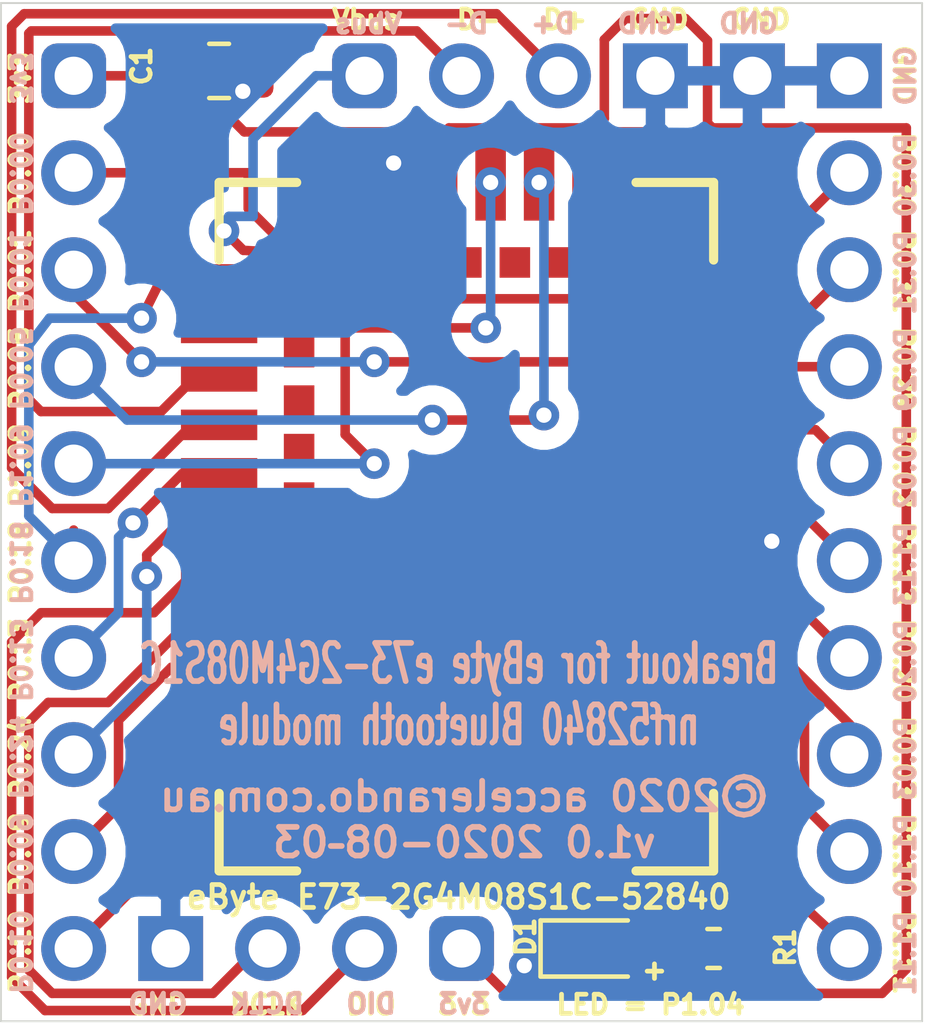
<source format=kicad_pcb>
(kicad_pcb (version 20171130) (host pcbnew "(5.1.6-0-10_14)")

  (general
    (thickness 1.6)
    (drawings 16)
    (tracks 175)
    (zones 0)
    (modules 8)
    (nets 28)
  )

  (page A4)
  (layers
    (0 F.Cu signal)
    (31 B.Cu signal)
    (32 B.Adhes user)
    (33 F.Adhes user)
    (34 B.Paste user)
    (35 F.Paste user)
    (36 B.SilkS user)
    (37 F.SilkS user)
    (38 B.Mask user)
    (39 F.Mask user)
    (40 Dwgs.User user)
    (41 Cmts.User user)
    (42 Eco1.User user)
    (43 Eco2.User user)
    (44 Edge.Cuts user)
    (45 Margin user)
    (46 B.CrtYd user hide)
    (47 F.CrtYd user)
    (48 B.Fab user)
    (49 F.Fab user hide)
  )

  (setup
    (last_trace_width 0.25)
    (trace_clearance 0.2)
    (zone_clearance 0.508)
    (zone_45_only no)
    (trace_min 0.2)
    (via_size 0.8)
    (via_drill 0.4)
    (via_min_size 0.4)
    (via_min_drill 0.3)
    (uvia_size 0.3)
    (uvia_drill 0.1)
    (uvias_allowed no)
    (uvia_min_size 0.2)
    (uvia_min_drill 0.1)
    (edge_width 0.05)
    (segment_width 0.2)
    (pcb_text_width 0.3)
    (pcb_text_size 1.5 1.5)
    (mod_edge_width 0.12)
    (mod_text_size 1 1)
    (mod_text_width 0.15)
    (pad_size 1.7 1.7)
    (pad_drill 1)
    (pad_to_mask_clearance 0.05)
    (aux_axis_origin 0 0)
    (visible_elements FFFFFF7F)
    (pcbplotparams
      (layerselection 0x010fc_ffffffff)
      (usegerberextensions false)
      (usegerberattributes true)
      (usegerberadvancedattributes true)
      (creategerberjobfile true)
      (excludeedgelayer true)
      (linewidth 0.100000)
      (plotframeref false)
      (viasonmask false)
      (mode 1)
      (useauxorigin false)
      (hpglpennumber 1)
      (hpglpenspeed 20)
      (hpglpendiameter 15.000000)
      (psnegative false)
      (psa4output false)
      (plotreference true)
      (plotvalue true)
      (plotinvisibletext false)
      (padsonsilk false)
      (subtractmaskfromsilk false)
      (outputformat 1)
      (mirror false)
      (drillshape 0)
      (scaleselection 1)
      (outputdirectory "gerbers_v1_0"))
  )

  (net 0 "")
  (net 1 /VDD)
  (net 2 /GND)
  (net 3 /D+)
  (net 4 /D-)
  (net 5 /VBUS)
  (net 6 /SWDIO)
  (net 7 /SWDCLK)
  (net 8 "Net-(D1-Pad2)")
  (net 9 "Net-(R1-Pad1)")
  (net 10 /P0.10)
  (net 11 /P0.09)
  (net 12 /P0.24)
  (net 13 /P.013)
  (net 14 /P0.18)
  (net 15 /P1.09)
  (net 16 /P0.05)
  (net 17 /P0.01)
  (net 18 /P0.00)
  (net 19 /P1.11)
  (net 20 /P1.10)
  (net 21 /P0.03)
  (net 22 /P0.20)
  (net 23 /P1.13)
  (net 24 /P0.02)
  (net 25 /P0.29)
  (net 26 /P0.31)
  (net 27 /P0.30)

  (net_class Default "This is the default net class."
    (clearance 0.2)
    (trace_width 0.25)
    (via_dia 0.8)
    (via_drill 0.4)
    (uvia_dia 0.3)
    (uvia_drill 0.1)
    (add_net /D+)
    (add_net /D-)
    (add_net /GND)
    (add_net /P.013)
    (add_net /P0.00)
    (add_net /P0.01)
    (add_net /P0.02)
    (add_net /P0.03)
    (add_net /P0.05)
    (add_net /P0.09)
    (add_net /P0.10)
    (add_net /P0.18)
    (add_net /P0.20)
    (add_net /P0.24)
    (add_net /P0.29)
    (add_net /P0.30)
    (add_net /P0.31)
    (add_net /P1.09)
    (add_net /P1.10)
    (add_net /P1.11)
    (add_net /P1.13)
    (add_net /SWDCLK)
    (add_net /SWDIO)
    (add_net /VBUS)
    (add_net /VDD)
    (add_net "Net-(D1-Pad2)")
    (add_net "Net-(R1-Pad1)")
  )

  (module Accelerando:PinHeader_1x05_P2.54mm_Vertical_nooutline (layer F.Cu) (tedit 5F275FF5) (tstamp 5F266024)
    (at 96.52 58.42 90)
    (descr "Through hole straight pin header, 1x05, 2.54mm pitch, single row")
    (tags "Through hole pin header THT 1x05 2.54mm single row")
    (path /5F2992F9)
    (fp_text reference J3 (at 0 -2.33 90) (layer F.SilkS) hide
      (effects (font (size 1 1) (thickness 0.15)))
    )
    (fp_text value Conn_01x05_Female (at 0 12.49 90) (layer F.Fab)
      (effects (font (size 1 1) (thickness 0.15)))
    )
    (fp_line (start 1.8 -1.8) (end -1.8 -1.8) (layer F.CrtYd) (width 0.05))
    (fp_line (start 1.8 11.95) (end 1.8 -1.8) (layer F.CrtYd) (width 0.05))
    (fp_line (start -1.8 11.95) (end 1.8 11.95) (layer F.CrtYd) (width 0.05))
    (fp_line (start -1.8 -1.8) (end -1.8 11.95) (layer F.CrtYd) (width 0.05))
    (fp_line (start -1.27 -0.635) (end -0.635 -1.27) (layer F.Fab) (width 0.1))
    (fp_line (start -1.27 11.43) (end -1.27 -0.635) (layer F.Fab) (width 0.1))
    (fp_line (start 1.27 11.43) (end -1.27 11.43) (layer F.Fab) (width 0.1))
    (fp_line (start 1.27 -1.27) (end 1.27 11.43) (layer F.Fab) (width 0.1))
    (fp_line (start -0.635 -1.27) (end 1.27 -1.27) (layer F.Fab) (width 0.1))
    (fp_text user %R (at 0 5.08) (layer F.Fab)
      (effects (font (size 1 1) (thickness 0.15)))
    )
    (pad 1 thru_hole roundrect (at 0 0 90) (size 1.7 1.7) (drill 1) (layers *.Cu *.Mask) (roundrect_rratio 0.25)
      (net 5 /VBUS))
    (pad 2 thru_hole oval (at 0 2.54 90) (size 1.7 1.7) (drill 1) (layers *.Cu *.Mask)
      (net 4 /D-))
    (pad 3 thru_hole oval (at 0 5.08 90) (size 1.7 1.7) (drill 1) (layers *.Cu *.Mask)
      (net 3 /D+))
    (pad 4 thru_hole rect (at 0 7.62 90) (size 1.7 1.7) (drill 1) (layers *.Cu *.Mask)
      (net 2 /GND))
    (pad 5 thru_hole rect (at 0 10.16 90) (size 1.7 1.7) (drill 1) (layers *.Cu *.Mask)
      (net 2 /GND))
  )

  (module Connector_PinHeader_2.54mm:PinHeader_1x04_P2.54mm_Vertical (layer F.Cu) (tedit 5F275FD2) (tstamp 5F265E2C)
    (at 91.44 81.28 90)
    (descr "Through hole straight pin header, 1x04, 2.54mm pitch, single row")
    (tags "Through hole pin header THT 1x04 2.54mm single row")
    (path /5F264D59)
    (fp_text reference J4 (at 0 -2.33 90) (layer F.SilkS) hide
      (effects (font (size 1 1) (thickness 0.15)))
    )
    (fp_text value Conn_01x04_Male (at 0 9.95 90) (layer F.Fab) hide
      (effects (font (size 1 1) (thickness 0.15)))
    )
    (fp_line (start 1.8 -1.8) (end -1.8 -1.8) (layer F.CrtYd) (width 0.05))
    (fp_line (start 1.8 9.4) (end 1.8 -1.8) (layer F.CrtYd) (width 0.05))
    (fp_line (start -1.8 9.4) (end 1.8 9.4) (layer F.CrtYd) (width 0.05))
    (fp_line (start -1.8 -1.8) (end -1.8 9.4) (layer F.CrtYd) (width 0.05))
    (fp_line (start -1.27 -0.635) (end -0.635 -1.27) (layer F.Fab) (width 0.1))
    (fp_line (start -1.27 8.89) (end -1.27 -0.635) (layer F.Fab) (width 0.1))
    (fp_line (start 1.27 8.89) (end -1.27 8.89) (layer F.Fab) (width 0.1))
    (fp_line (start 1.27 -1.27) (end 1.27 8.89) (layer F.Fab) (width 0.1))
    (fp_line (start -0.635 -1.27) (end 1.27 -1.27) (layer F.Fab) (width 0.1))
    (fp_text user %R (at 0 3.81 180) (layer F.Fab)
      (effects (font (size 1 1) (thickness 0.15)))
    )
    (pad 4 thru_hole roundrect (at 0 7.62 90) (size 1.7 1.7) (drill 1) (layers *.Cu *.Mask) (roundrect_rratio 0.25)
      (net 1 /VDD))
    (pad 3 thru_hole oval (at 0 5.08 90) (size 1.7 1.7) (drill 1) (layers *.Cu *.Mask)
      (net 6 /SWDIO))
    (pad 2 thru_hole oval (at 0 2.54 90) (size 1.7 1.7) (drill 1) (layers *.Cu *.Mask)
      (net 7 /SWDCLK))
    (pad 1 thru_hole rect (at 0 0 90) (size 1.7 1.7) (drill 1) (layers *.Cu *.Mask)
      (net 2 /GND))
  )

  (module Accelerando:PinHeader_1x10_P2.54mm_Vertical_nooutline (layer F.Cu) (tedit 5F275FD7) (tstamp 5F265DDD)
    (at 88.9 58.42)
    (descr "Through hole straight pin header, 1x10, 2.54mm pitch, single row")
    (tags "Through hole pin header THT 1x10 2.54mm single row")
    (path /5F267214)
    (fp_text reference J1 (at 0 -2.33) (layer F.SilkS) hide
      (effects (font (size 1 1) (thickness 0.15)))
    )
    (fp_text value Conn_01x10 (at 0 25.19) (layer F.Fab)
      (effects (font (size 1 1) (thickness 0.15)))
    )
    (fp_line (start 1.8 -1.8) (end -1.8 -1.8) (layer F.CrtYd) (width 0.05))
    (fp_line (start 1.8 24.65) (end 1.8 -1.8) (layer F.CrtYd) (width 0.05))
    (fp_line (start -1.8 24.65) (end 1.8 24.65) (layer F.CrtYd) (width 0.05))
    (fp_line (start -1.8 -1.8) (end -1.8 24.65) (layer F.CrtYd) (width 0.05))
    (fp_line (start -1.27 -0.635) (end -0.635 -1.27) (layer F.Fab) (width 0.1))
    (fp_line (start -1.27 24.13) (end -1.27 -0.635) (layer F.Fab) (width 0.1))
    (fp_line (start 1.27 24.13) (end -1.27 24.13) (layer F.Fab) (width 0.1))
    (fp_line (start 1.27 -1.27) (end 1.27 24.13) (layer F.Fab) (width 0.1))
    (fp_line (start -0.635 -1.27) (end 1.27 -1.27) (layer F.Fab) (width 0.1))
    (fp_text user %R (at 0 11.43 90) (layer F.Fab)
      (effects (font (size 1 1) (thickness 0.15)))
    )
    (pad 1 thru_hole roundrect (at 0 0) (size 1.7 1.7) (drill 1) (layers *.Cu *.Mask) (roundrect_rratio 0.25)
      (net 1 /VDD))
    (pad 2 thru_hole oval (at 0 2.54) (size 1.7 1.7) (drill 1) (layers *.Cu *.Mask)
      (net 18 /P0.00))
    (pad 3 thru_hole oval (at 0 5.08) (size 1.7 1.7) (drill 1) (layers *.Cu *.Mask)
      (net 17 /P0.01))
    (pad 4 thru_hole oval (at 0 7.62) (size 1.7 1.7) (drill 1) (layers *.Cu *.Mask)
      (net 16 /P0.05))
    (pad 5 thru_hole oval (at 0 10.16) (size 1.7 1.7) (drill 1) (layers *.Cu *.Mask)
      (net 15 /P1.09))
    (pad 6 thru_hole oval (at 0 12.7) (size 1.7 1.7) (drill 1) (layers *.Cu *.Mask)
      (net 14 /P0.18))
    (pad 7 thru_hole oval (at 0 15.24) (size 1.7 1.7) (drill 1) (layers *.Cu *.Mask)
      (net 13 /P.013))
    (pad 8 thru_hole oval (at 0 17.78) (size 1.7 1.7) (drill 1) (layers *.Cu *.Mask)
      (net 12 /P0.24))
    (pad 9 thru_hole oval (at 0 20.32) (size 1.7 1.7) (drill 1) (layers *.Cu *.Mask)
      (net 11 /P0.09))
    (pad 10 thru_hole oval (at 0 22.86) (size 1.7 1.7) (drill 1) (layers *.Cu *.Mask)
      (net 10 /P0.10))
  )

  (module Accelerando:PinHeader_1x10_P2.54mm_Vertical_nooutline (layer F.Cu) (tedit 5F275C58) (tstamp 5F265DFB)
    (at 109.22 58.42)
    (descr "Through hole straight pin header, 1x10, 2.54mm pitch, single row")
    (tags "Through hole pin header THT 1x10 2.54mm single row")
    (path /5F269CF9)
    (fp_text reference J2 (at 0 -2.33) (layer F.SilkS) hide
      (effects (font (size 1 1) (thickness 0.15)))
    )
    (fp_text value Conn_01x10 (at 0 25.19) (layer F.Fab)
      (effects (font (size 1 1) (thickness 0.15)))
    )
    (fp_line (start 1.8 -1.8) (end -1.8 -1.8) (layer F.CrtYd) (width 0.05))
    (fp_line (start 1.8 24.65) (end 1.8 -1.8) (layer F.CrtYd) (width 0.05))
    (fp_line (start -1.8 24.65) (end 1.8 24.65) (layer F.CrtYd) (width 0.05))
    (fp_line (start -1.8 -1.8) (end -1.8 24.65) (layer F.CrtYd) (width 0.05))
    (fp_line (start -1.27 -0.635) (end -0.635 -1.27) (layer F.Fab) (width 0.1))
    (fp_line (start -1.27 24.13) (end -1.27 -0.635) (layer F.Fab) (width 0.1))
    (fp_line (start 1.27 24.13) (end -1.27 24.13) (layer F.Fab) (width 0.1))
    (fp_line (start 1.27 -1.27) (end 1.27 24.13) (layer F.Fab) (width 0.1))
    (fp_line (start -0.635 -1.27) (end 1.27 -1.27) (layer F.Fab) (width 0.1))
    (fp_text user %R (at 0 11.43 90) (layer F.Fab)
      (effects (font (size 1 1) (thickness 0.15)))
    )
    (pad 1 thru_hole rect (at 0 0) (size 1.7 1.7) (drill 1) (layers *.Cu *.Mask)
      (net 2 /GND))
    (pad 2 thru_hole oval (at 0 2.54) (size 1.7 1.7) (drill 1) (layers *.Cu *.Mask)
      (net 27 /P0.30))
    (pad 3 thru_hole oval (at 0 5.08) (size 1.7 1.7) (drill 1) (layers *.Cu *.Mask)
      (net 26 /P0.31))
    (pad 4 thru_hole oval (at 0 7.62) (size 1.7 1.7) (drill 1) (layers *.Cu *.Mask)
      (net 25 /P0.29))
    (pad 5 thru_hole oval (at 0 10.16) (size 1.7 1.7) (drill 1) (layers *.Cu *.Mask)
      (net 24 /P0.02))
    (pad 6 thru_hole oval (at 0 12.7) (size 1.7 1.7) (drill 1) (layers *.Cu *.Mask)
      (net 23 /P1.13))
    (pad 7 thru_hole oval (at 0 15.24) (size 1.7 1.7) (drill 1) (layers *.Cu *.Mask)
      (net 22 /P0.20))
    (pad 8 thru_hole oval (at 0 17.78) (size 1.7 1.7) (drill 1) (layers *.Cu *.Mask)
      (net 21 /P0.03))
    (pad 9 thru_hole oval (at 0 20.32) (size 1.7 1.7) (drill 1) (layers *.Cu *.Mask)
      (net 20 /P1.10))
    (pad 10 thru_hole oval (at 0 22.86) (size 1.7 1.7) (drill 1) (layers *.Cu *.Mask)
      (net 19 /P1.11))
  )

  (module Accelerando:E73-2G4M08S1C-52840 (layer F.Cu) (tedit 5EFB2B27) (tstamp 5F265E6B)
    (at 100.076 81.788)
    (path /5F26127F)
    (fp_text reference U1 (at -1.27 -23.495) (layer F.SilkS) hide
      (effects (font (size 1 1) (thickness 0.15)))
    )
    (fp_text value "eByte E73-2G4M08S1C-52840" (at -1.0922 -1.8542) (layer F.SilkS)
      (effects (font (size 0.6 0.6) (thickness 0.125)))
    )
    (fp_line (start -8.89 -1.27) (end -8.89 -22.225) (layer F.CrtYd) (width 0.12))
    (fp_line (start 6.985 -1.27) (end -8.89 -1.27) (layer F.CrtYd) (width 0.12))
    (fp_line (start 6.985 -22.225) (end 6.985 -1.27) (layer F.CrtYd) (width 0.12))
    (fp_line (start -8.89 -22.225) (end 6.985 -22.225) (layer F.CrtYd) (width 0.12))
    (fp_line (start -7.366 -2.54) (end -7.366 -4.572) (layer F.SilkS) (width 0.24))
    (fp_line (start -7.366 -2.54) (end -5.334 -2.54) (layer F.SilkS) (width 0.24))
    (fp_line (start 5.588 -2.54) (end 3.556 -2.54) (layer F.SilkS) (width 0.24))
    (fp_line (start 5.588 -2.54) (end 5.588 -4.572) (layer F.SilkS) (width 0.24))
    (fp_line (start 5.588 -20.574) (end 5.588 -18.542) (layer F.SilkS) (width 0.24))
    (fp_line (start 5.588 -20.574) (end 3.556 -20.574) (layer F.SilkS) (width 0.24))
    (fp_line (start -7.366 -20.574) (end -7.366 -18.542) (layer F.SilkS) (width 0.24))
    (fp_line (start -7.366 -20.574) (end -5.334 -20.574) (layer F.SilkS) (width 0.24))
    (fp_line (start -7.366 -20.574) (end -7.366 -2.54) (layer F.Fab) (width 0.12))
    (fp_line (start 5.588 -20.574) (end -7.366 -20.574) (layer F.Fab) (width 0.12))
    (fp_line (start 5.588 -2.54) (end 5.588 -20.574) (layer F.Fab) (width 0.12))
    (fp_line (start -7.366 -2.54) (end 5.588 -2.54) (layer F.Fab) (width 0.12))
    (pad 12 smd rect (at 2.921 -18.4785) (size 0.8 0.8) (layers F.Cu F.Paste F.Mask))
    (pad 14 smd rect (at 1.651 -18.4785) (size 0.8 0.8) (layers F.Cu F.Paste F.Mask))
    (pad 16 smd rect (at 0.381 -18.4785) (size 0.8 0.8) (layers F.Cu F.Paste F.Mask))
    (pad 18 smd rect (at -0.889 -18.4785) (size 0.8 0.8) (layers F.Cu F.Paste F.Mask))
    (pad 20 smd rect (at -2.159 -18.4785) (size 0.8 0.8) (layers F.Cu F.Paste F.Mask))
    (pad 22 smd rect (at -3.429 -18.4785) (size 0.8 0.8) (layers F.Cu F.Paste F.Mask))
    (pad 24 smd rect (at -4.699 -18.4785) (size 0.8 0.8) (layers F.Cu F.Paste F.Mask))
    (pad 28 smd rect (at -5.2705 -16.129) (size 0.8 0.8) (layers F.Cu F.Paste F.Mask))
    (pad 30 smd rect (at -5.2705 -14.859) (size 0.8 0.8) (layers F.Cu F.Paste F.Mask))
    (pad 32 smd rect (at -5.2705 -13.589) (size 0.8 0.8) (layers F.Cu F.Paste F.Mask))
    (pad 34 smd rect (at -5.2705 -12.319) (size 0.8 0.8) (layers F.Cu F.Paste F.Mask))
    (pad 36 smd rect (at -5.2705 -11.049) (size 0.8 0.8) (layers F.Cu F.Paste F.Mask))
    (pad 38 smd rect (at -5.2705 -9.779) (size 0.8 0.8) (layers F.Cu F.Paste F.Mask))
    (pad 40 smd rect (at -5.2705 -8.5725) (size 0.8 0.8) (layers F.Cu F.Paste F.Mask)
      (net 9 "Net-(R1-Pad1)"))
    (pad 42 smd rect (at -5.2705 -7.239) (size 0.8 0.8) (layers F.Cu F.Paste F.Mask))
    (pad 17 smd rect (at -0.254 -20.574 90) (size 2 0.8) (layers F.Cu F.Paste F.Mask)
      (net 15 /P1.09))
    (pad 23 smd rect (at -4.064 -20.574 90) (size 2 0.8) (layers F.Cu F.Paste F.Mask))
    (pad 13 smd rect (at 2.286 -20.574 90) (size 2 0.8) (layers F.Cu F.Paste F.Mask)
      (net 17 /P0.01))
    (pad 21 smd rect (at -2.794 -20.574 90) (size 2 0.8) (layers F.Cu F.Paste F.Mask)
      (net 2 /GND))
    (pad 25 smd rect (at -5.334 -20.574 90) (size 2 0.8) (layers F.Cu F.Paste F.Mask))
    (pad 11 smd rect (at 3.556 -20.574 90) (size 2 0.8) (layers F.Cu F.Paste F.Mask)
      (net 18 /P0.00))
    (pad 15 smd rect (at 1.016 -20.574 90) (size 2 0.8) (layers F.Cu F.Paste F.Mask)
      (net 16 /P0.05))
    (pad 19 smd rect (at -1.524 -20.574 90) (size 2 0.8) (layers F.Cu F.Paste F.Mask)
      (net 1 /VDD))
    (pad 43 smd rect (at -7.366 -6.604) (size 2 0.8) (layers F.Cu F.Paste F.Mask)
      (net 10 /P0.10))
    (pad 27 smd rect (at -7.366 -16.764) (size 2 0.8) (layers F.Cu F.Paste F.Mask)
      (net 5 /VBUS))
    (pad 41 smd rect (at -7.366 -7.874) (size 2 0.8) (layers F.Cu F.Paste F.Mask)
      (net 11 /P0.09))
    (pad 37 smd rect (at -7.366 -10.414) (size 2 0.8) (layers F.Cu F.Paste F.Mask)
      (net 6 /SWDIO))
    (pad 33 smd rect (at -7.366 -12.954) (size 2 0.8) (layers F.Cu F.Paste F.Mask)
      (net 13 /P.013))
    (pad 39 smd rect (at -7.366 -9.144) (size 2 0.8) (layers F.Cu F.Paste F.Mask)
      (net 7 /SWDCLK))
    (pad 29 smd rect (at -7.366 -15.494) (size 2 0.8) (layers F.Cu F.Paste F.Mask)
      (net 4 /D-))
    (pad 26 smd rect (at -7.366 -18.034) (size 2 0.8) (layers F.Cu F.Paste F.Mask)
      (net 14 /P0.18))
    (pad 35 smd rect (at -7.366 -11.684) (size 2 0.8) (layers F.Cu F.Paste F.Mask)
      (net 12 /P0.24))
    (pad 31 smd rect (at -7.366 -14.224) (size 2 0.8) (layers F.Cu F.Paste F.Mask)
      (net 3 /D+))
    (pad 10 smd rect (at 5.588 -17.907) (size 2 0.8) (layers F.Cu F.Paste F.Mask)
      (net 27 /P0.30))
    (pad 9 smd rect (at 5.588 -16.637) (size 2 0.8) (layers F.Cu F.Paste F.Mask)
      (net 26 /P0.31))
    (pad 8 smd rect (at 5.588 -15.367) (size 2 0.8) (layers F.Cu F.Paste F.Mask)
      (net 25 /P0.29))
    (pad 7 smd rect (at 5.588 -14.097) (size 2 0.8) (layers F.Cu F.Paste F.Mask)
      (net 24 /P0.02))
    (pad 6 smd rect (at 5.588 -12.827) (size 2 0.8) (layers F.Cu F.Paste F.Mask)
      (net 23 /P1.13))
    (pad 5 smd rect (at 5.588 -11.557) (size 2 0.8) (layers F.Cu F.Paste F.Mask)
      (net 2 /GND))
    (pad 4 smd rect (at 5.588 -10.287) (size 2 0.8) (layers F.Cu F.Paste F.Mask)
      (net 22 /P0.20))
    (pad 3 smd rect (at 5.588 -9.017) (size 2 0.8) (layers F.Cu F.Paste F.Mask)
      (net 21 /P0.03))
    (pad 2 smd rect (at 5.588 -7.747) (size 2 0.8) (layers F.Cu F.Paste F.Mask)
      (net 20 /P1.10))
    (pad 1 smd rect (at 5.588 -6.477) (size 2 0.8) (layers F.Cu F.Paste F.Mask)
      (net 19 /P1.11))
  )

  (module Resistor_SMD:R_0603_1608Metric (layer F.Cu) (tedit 5B301BBD) (tstamp 5F266FE5)
    (at 105.664 81.28 180)
    (descr "Resistor SMD 0603 (1608 Metric), square (rectangular) end terminal, IPC_7351 nominal, (Body size source: http://www.tortai-tech.com/upload/download/2011102023233369053.pdf), generated with kicad-footprint-generator")
    (tags resistor)
    (path /5F2A95FD)
    (attr smd)
    (fp_text reference R1 (at -1.8796 0.0254 90) (layer F.SilkS)
      (effects (font (size 0.5 0.5) (thickness 0.125)))
    )
    (fp_text value R_Small (at 0 1.43) (layer F.Fab)
      (effects (font (size 1 1) (thickness 0.15)))
    )
    (fp_line (start 1.48 0.73) (end -1.48 0.73) (layer F.CrtYd) (width 0.05))
    (fp_line (start 1.48 -0.73) (end 1.48 0.73) (layer F.CrtYd) (width 0.05))
    (fp_line (start -1.48 -0.73) (end 1.48 -0.73) (layer F.CrtYd) (width 0.05))
    (fp_line (start -1.48 0.73) (end -1.48 -0.73) (layer F.CrtYd) (width 0.05))
    (fp_line (start -0.162779 0.51) (end 0.162779 0.51) (layer F.SilkS) (width 0.12))
    (fp_line (start -0.162779 -0.51) (end 0.162779 -0.51) (layer F.SilkS) (width 0.12))
    (fp_line (start 0.8 0.4) (end -0.8 0.4) (layer F.Fab) (width 0.1))
    (fp_line (start 0.8 -0.4) (end 0.8 0.4) (layer F.Fab) (width 0.1))
    (fp_line (start -0.8 -0.4) (end 0.8 -0.4) (layer F.Fab) (width 0.1))
    (fp_line (start -0.8 0.4) (end -0.8 -0.4) (layer F.Fab) (width 0.1))
    (fp_text user %R (at 0 0) (layer F.Fab)
      (effects (font (size 0.4 0.4) (thickness 0.06)))
    )
    (pad 2 smd roundrect (at 0.7875 0 180) (size 0.875 0.95) (layers F.Cu F.Paste F.Mask) (roundrect_rratio 0.25)
      (net 8 "Net-(D1-Pad2)"))
    (pad 1 smd roundrect (at -0.7875 0 180) (size 0.875 0.95) (layers F.Cu F.Paste F.Mask) (roundrect_rratio 0.25)
      (net 9 "Net-(R1-Pad1)"))
    (model ${KISYS3DMOD}/Resistor_SMD.3dshapes/R_0603_1608Metric.wrl
      (at (xyz 0 0 0))
      (scale (xyz 1 1 1))
      (rotate (xyz 0 0 0))
    )
  )

  (module LED_SMD:LED_0603_1608Metric (layer F.Cu) (tedit 5B301BBE) (tstamp 5F267163)
    (at 102.616 81.28)
    (descr "LED SMD 0603 (1608 Metric), square (rectangular) end terminal, IPC_7351 nominal, (Body size source: http://www.tortai-tech.com/upload/download/2011102023233369053.pdf), generated with kicad-footprint-generator")
    (tags diode)
    (path /5F2AD871)
    (attr smd)
    (fp_text reference D1 (at -1.8796 -0.3048 90) (layer F.SilkS)
      (effects (font (size 0.5 0.5) (thickness 0.125)))
    )
    (fp_text value LED_Small (at 0 1.43) (layer F.Fab)
      (effects (font (size 1 1) (thickness 0.15)))
    )
    (fp_line (start 1.48 0.73) (end -1.48 0.73) (layer F.CrtYd) (width 0.05))
    (fp_line (start 1.48 -0.73) (end 1.48 0.73) (layer F.CrtYd) (width 0.05))
    (fp_line (start -1.48 -0.73) (end 1.48 -0.73) (layer F.CrtYd) (width 0.05))
    (fp_line (start -1.48 0.73) (end -1.48 -0.73) (layer F.CrtYd) (width 0.05))
    (fp_line (start -1.485 0.735) (end 0.8 0.735) (layer F.SilkS) (width 0.12))
    (fp_line (start -1.485 -0.735) (end -1.485 0.735) (layer F.SilkS) (width 0.12))
    (fp_line (start 0.8 -0.735) (end -1.485 -0.735) (layer F.SilkS) (width 0.12))
    (fp_line (start 0.8 0.4) (end 0.8 -0.4) (layer F.Fab) (width 0.1))
    (fp_line (start -0.8 0.4) (end 0.8 0.4) (layer F.Fab) (width 0.1))
    (fp_line (start -0.8 -0.1) (end -0.8 0.4) (layer F.Fab) (width 0.1))
    (fp_line (start -0.5 -0.4) (end -0.8 -0.1) (layer F.Fab) (width 0.1))
    (fp_line (start 0.8 -0.4) (end -0.5 -0.4) (layer F.Fab) (width 0.1))
    (fp_text user %R (at 0 0) (layer F.Fab)
      (effects (font (size 0.4 0.4) (thickness 0.06)))
    )
    (pad 2 smd roundrect (at 0.7875 0) (size 0.875 0.95) (layers F.Cu F.Paste F.Mask) (roundrect_rratio 0.25)
      (net 8 "Net-(D1-Pad2)"))
    (pad 1 smd roundrect (at -0.7875 0) (size 0.875 0.95) (layers F.Cu F.Paste F.Mask) (roundrect_rratio 0.25)
      (net 2 /GND))
    (model ${KISYS3DMOD}/LED_SMD.3dshapes/LED_0603_1608Metric.wrl
      (at (xyz 0 0 0))
      (scale (xyz 1 1 1))
      (rotate (xyz 0 0 0))
    )
  )

  (module Capacitor_SMD:C_0805_2012Metric (layer F.Cu) (tedit 5B36C52B) (tstamp 5F265DBF)
    (at 92.71 58.293 180)
    (descr "Capacitor SMD 0805 (2012 Metric), square (rectangular) end terminal, IPC_7351 nominal, (Body size source: https://docs.google.com/spreadsheets/d/1BsfQQcO9C6DZCsRaXUlFlo91Tg2WpOkGARC1WS5S8t0/edit?usp=sharing), generated with kicad-footprint-generator")
    (tags capacitor)
    (path /5F26DE07)
    (attr smd)
    (fp_text reference C1 (at 2.032 0.127 90) (layer F.SilkS)
      (effects (font (size 0.5 0.5) (thickness 0.125)))
    )
    (fp_text value C (at 0 1.65) (layer F.Fab)
      (effects (font (size 1 1) (thickness 0.15)))
    )
    (fp_line (start 1.68 0.95) (end -1.68 0.95) (layer F.CrtYd) (width 0.05))
    (fp_line (start 1.68 -0.95) (end 1.68 0.95) (layer F.CrtYd) (width 0.05))
    (fp_line (start -1.68 -0.95) (end 1.68 -0.95) (layer F.CrtYd) (width 0.05))
    (fp_line (start -1.68 0.95) (end -1.68 -0.95) (layer F.CrtYd) (width 0.05))
    (fp_line (start -0.258578 0.71) (end 0.258578 0.71) (layer F.SilkS) (width 0.12))
    (fp_line (start -0.258578 -0.71) (end 0.258578 -0.71) (layer F.SilkS) (width 0.12))
    (fp_line (start 1 0.6) (end -1 0.6) (layer F.Fab) (width 0.1))
    (fp_line (start 1 -0.6) (end 1 0.6) (layer F.Fab) (width 0.1))
    (fp_line (start -1 -0.6) (end 1 -0.6) (layer F.Fab) (width 0.1))
    (fp_line (start -1 0.6) (end -1 -0.6) (layer F.Fab) (width 0.1))
    (fp_text user %R (at 0 0) (layer F.Fab)
      (effects (font (size 0.5 0.5) (thickness 0.08)))
    )
    (pad 2 smd roundrect (at 0.9375 0 180) (size 0.975 1.4) (layers F.Cu F.Paste F.Mask) (roundrect_rratio 0.25)
      (net 1 /VDD))
    (pad 1 smd roundrect (at -0.9375 0 180) (size 0.975 1.4) (layers F.Cu F.Paste F.Mask) (roundrect_rratio 0.25)
      (net 2 /GND))
    (model ${KISYS3DMOD}/Capacitor_SMD.3dshapes/C_0805_2012Metric.wrl
      (at (xyz 0 0 0))
      (scale (xyz 1 1 1))
      (rotate (xyz 0 0 0))
    )
  )

  (gr_text "3v3   DIO   DCLK   GND\n" (at 95.0722 82.7278) (layer B.SilkS) (tstamp 5F27C646)
    (effects (font (size 0.5 0.5) (thickness 0.125)) (justify mirror))
  )
  (gr_text "GND   GND   D+   D-   Vbus\n\n" (at 101.5492 57.4548) (layer B.SilkS) (tstamp 5F27C640)
    (effects (font (size 0.5 0.5) (thickness 0.125)) (justify mirror))
  )
  (gr_text "GND  P0.30 P0.31 P0.29 P0.02 P1.13 P0.20 P0.03 P1.10 P1.11" (at 110.6932 70.0786 90) (layer B.SilkS) (tstamp 5F27C63A)
    (effects (font (size 0.5 0.5) (thickness 0.125)) (justify mirror))
  )
  (gr_text "P0.10 P0.09 P0.24 P0.13 P0.18 P1.09 P0.05 P0.01 P0.00  3v3" (at 87.503 70.1294 270) (layer B.SilkS) (tstamp 5F27C5BD)
    (effects (font (size 0.5 0.5) (thickness 0.125)) (justify mirror))
  )
  (gr_text "LED = P1.04" (at 104.013 82.7532) (layer F.SilkS) (tstamp 5F27C3F0)
    (effects (font (size 0.5 0.5) (thickness 0.125)))
  )
  (gr_text "©2020 accelerando.com.au\nv1.0 2020-08–03" (at 99.1362 77.9018) (layer B.SilkS)
    (effects (font (size 0.75 0.75) (thickness 0.15)) (justify mirror))
  )
  (gr_text "Breakout for eByte e73-2G4M08S1C\nnrf52840 Bluetooth module" (at 98.9838 74.6252) (layer B.SilkS)
    (effects (font (size 1 0.6) (thickness 0.15)) (justify mirror))
  )
  (gr_text "GND   DCLK   DIO   3v3" (at 95.0722 82.7532) (layer F.SilkS) (tstamp 5F275F38)
    (effects (font (size 0.5 0.5) (thickness 0.125)))
  )
  (gr_text "Vbus    D-   D+   GND   GND" (at 101.6762 56.9468) (layer F.SilkS) (tstamp 5F275F2E)
    (effects (font (size 0.5 0.5) (thickness 0.125)))
  )
  (gr_text "GND  P0.30 P0.31 P0.29 P0.02 P1.13 P0.20 P0.03 P1.10 P1.11" (at 110.6424 70.0532 270) (layer F.SilkS) (tstamp 5F275F26)
    (effects (font (size 0.5 0.5) (thickness 0.125)))
  )
  (gr_text "P0.10 P0.09 P0.24 P0.13 P0.18 P1.09 P0.05 P0.01 P0.00  3v3" (at 87.503 70.1294 90) (layer F.SilkS)
    (effects (font (size 0.5 0.5) (thickness 0.125)))
  )
  (gr_text + (at 104.1146 81.8388) (layer F.SilkS) (tstamp 5F27C4C8)
    (effects (font (size 0.5 0.5) (thickness 0.125)))
  )
  (gr_line (start 86.995 56.515) (end 86.995 83.185) (layer Edge.Cuts) (width 0.05) (tstamp 5F267B26))
  (gr_line (start 111.125 56.515) (end 86.995 56.515) (layer Edge.Cuts) (width 0.05))
  (gr_line (start 111.125 83.185) (end 111.125 56.515) (layer Edge.Cuts) (width 0.05))
  (gr_line (start 86.995 83.185) (end 111.125 83.185) (layer Edge.Cuts) (width 0.05))

  (segment (start 91.6455 58.42) (end 91.7725 58.293) (width 0.25) (layer F.Cu) (net 1))
  (segment (start 88.9 58.42) (end 91.6455 58.42) (width 0.25) (layer F.Cu) (net 1))
  (segment (start 98.552 61.214) (end 98.552 59.964) (width 0.25) (layer F.Cu) (net 1))
  (segment (start 93.368499 59.888999) (end 91.7725 58.293) (width 0.25) (layer F.Cu) (net 1))
  (segment (start 98.476999 59.888999) (end 93.368499 59.888999) (width 0.25) (layer F.Cu) (net 1))
  (segment (start 98.552 59.964) (end 98.476999 59.888999) (width 0.25) (layer F.Cu) (net 1))
  (segment (start 102.554591 59.784999) (end 102.800989 59.5386) (width 0.25) (layer F.Cu) (net 1))
  (segment (start 100.235001 82.455001) (end 99.06 81.28) (width 0.25) (layer F.Cu) (net 1))
  (segment (start 98.552 59.964) (end 98.731001 59.784999) (width 0.25) (layer F.Cu) (net 1))
  (segment (start 110.711999 59.784999) (end 110.711999 81.820001) (width 0.25) (layer F.Cu) (net 1))
  (segment (start 105.631592 59.784999) (end 110.711999 59.784999) (width 0.25) (layer F.Cu) (net 1))
  (segment (start 98.731001 59.784999) (end 102.554591 59.784999) (width 0.25) (layer F.Cu) (net 1))
  (segment (start 110.711999 81.820001) (end 110.076999 82.455001) (width 0.25) (layer F.Cu) (net 1))
  (segment (start 110.076999 82.455001) (end 100.235001 82.455001) (width 0.25) (layer F.Cu) (net 1))
  (segment (start 102.800989 57.474009) (end 103.353598 56.9214) (width 0.25) (layer F.Cu) (net 1))
  (segment (start 102.800989 59.5386) (end 102.800989 57.474009) (width 0.25) (layer F.Cu) (net 1))
  (segment (start 105.504999 59.658406) (end 105.631592 59.784999) (width 0.25) (layer F.Cu) (net 1))
  (segment (start 105.504999 57.499997) (end 105.504999 59.658406) (width 0.25) (layer F.Cu) (net 1))
  (segment (start 104.926402 56.9214) (end 105.504999 57.499997) (width 0.25) (layer F.Cu) (net 1))
  (segment (start 103.353598 56.9214) (end 104.926402 56.9214) (width 0.25) (layer F.Cu) (net 1))
  (via (at 107.188 70.612) (size 0.8) (drill 0.4) (layers F.Cu B.Cu) (net 2))
  (segment (start 106.807 70.231) (end 107.188 70.612) (width 0.25) (layer F.Cu) (net 2))
  (segment (start 105.664 70.231) (end 106.807 70.231) (width 0.25) (layer F.Cu) (net 2))
  (via (at 93.3312 58.82638) (size 0.8) (drill 0.4) (layers F.Cu B.Cu) (net 2))
  (segment (start 93.6475 58.293) (end 93.3312 58.6093) (width 0.25) (layer F.Cu) (net 2))
  (segment (start 93.3312 58.6093) (end 93.3312 58.82638) (width 0.25) (layer F.Cu) (net 2))
  (via (at 97.282 60.706) (size 0.8) (drill 0.4) (layers F.Cu B.Cu) (net 2))
  (segment (start 97.282 61.214) (end 97.282 60.706) (width 0.25) (layer F.Cu) (net 2))
  (via (at 100.703783 81.729991) (size 0.8) (drill 0.4) (layers F.Cu B.Cu) (net 2))
  (segment (start 101.8285 81.28) (end 101.153774 81.28) (width 0.25) (layer F.Cu) (net 2))
  (segment (start 101.153774 81.28) (end 100.703783 81.729991) (width 0.25) (layer F.Cu) (net 2))
  (segment (start 89.803997 69.755001) (end 91.994998 67.564) (width 0.25) (layer F.Cu) (net 3))
  (segment (start 88.335999 69.755001) (end 89.803997 69.755001) (width 0.25) (layer F.Cu) (net 3))
  (segment (start 91.994998 67.564) (end 92.71 67.564) (width 0.25) (layer F.Cu) (net 3))
  (segment (start 99.974988 56.794988) (end 101.6 58.42) (width 0.25) (layer F.Cu) (net 3))
  (segment (start 87.603599 56.794988) (end 99.974988 56.794988) (width 0.25) (layer F.Cu) (net 3))
  (segment (start 87.274988 57.123599) (end 87.603599 56.794988) (width 0.25) (layer F.Cu) (net 3))
  (segment (start 87.274988 68.69399) (end 87.274988 57.123599) (width 0.25) (layer F.Cu) (net 3))
  (segment (start 88.335999 69.755001) (end 87.274988 68.69399) (width 0.25) (layer F.Cu) (net 3))
  (segment (start 87.789999 57.244999) (end 97.884999 57.244999) (width 0.25) (layer F.Cu) (net 4))
  (segment (start 87.724999 57.309999) (end 87.789999 57.244999) (width 0.25) (layer F.Cu) (net 4))
  (segment (start 87.724999 66.896999) (end 87.724999 57.309999) (width 0.25) (layer F.Cu) (net 4))
  (segment (start 88.043001 67.215001) (end 87.724999 66.896999) (width 0.25) (layer F.Cu) (net 4))
  (segment (start 97.884999 57.244999) (end 99.06 58.42) (width 0.25) (layer F.Cu) (net 4))
  (segment (start 92.11 66.294) (end 91.188999 67.215001) (width 0.25) (layer F.Cu) (net 4))
  (segment (start 91.188999 67.215001) (end 88.043001 67.215001) (width 0.25) (layer F.Cu) (net 4))
  (segment (start 92.71 66.294) (end 92.11 66.294) (width 0.25) (layer F.Cu) (net 4))
  (via (at 92.837 62.484) (size 0.8) (drill 0.4) (layers F.Cu B.Cu) (net 5))
  (segment (start 95.25 58.42) (end 96.52 58.42) (width 0.25) (layer B.Cu) (net 5))
  (segment (start 93.599 62.103) (end 93.599 60.071) (width 0.25) (layer B.Cu) (net 5))
  (segment (start 93.599 60.071) (end 95.25 58.42) (width 0.25) (layer B.Cu) (net 5))
  (segment (start 92.964 62.103) (end 93.599 62.103) (width 0.25) (layer B.Cu) (net 5))
  (segment (start 92.837 62.484) (end 92.964 62.103) (width 0.25) (layer B.Cu) (net 5))
  (segment (start 93.96 65.024) (end 92.71 65.024) (width 0.25) (layer F.Cu) (net 5))
  (segment (start 94.035001 64.948999) (end 93.96 65.024) (width 0.25) (layer F.Cu) (net 5))
  (segment (start 94.035001 63.093999) (end 94.035001 64.948999) (width 0.25) (layer F.Cu) (net 5))
  (segment (start 93.970001 63.028999) (end 94.035001 63.093999) (width 0.25) (layer F.Cu) (net 5))
  (segment (start 93.345 62.992) (end 93.970001 63.028999) (width 0.25) (layer F.Cu) (net 5))
  (segment (start 92.837 62.484) (end 93.345 62.992) (width 0.25) (layer F.Cu) (net 5))
  (segment (start 90.999001 72.484999) (end 92.11 71.374) (width 0.25) (layer F.Cu) (net 6))
  (segment (start 87.274988 82.030401) (end 87.274988 73.253012) (width 0.25) (layer F.Cu) (net 6))
  (segment (start 87.274988 73.253012) (end 88.043001 72.484999) (width 0.25) (layer F.Cu) (net 6))
  (segment (start 88.043001 72.484999) (end 90.999001 72.484999) (width 0.25) (layer F.Cu) (net 6))
  (segment (start 92.11 71.374) (end 92.71 71.374) (width 0.25) (layer F.Cu) (net 6))
  (segment (start 87.274988 82.030401) (end 88.149599 82.905012) (width 0.25) (layer F.Cu) (net 6))
  (segment (start 94.894988 82.905012) (end 96.52 81.28) (width 0.25) (layer F.Cu) (net 6))
  (segment (start 88.149599 82.905012) (end 94.894988 82.905012) (width 0.25) (layer F.Cu) (net 6))
  (segment (start 88.232999 74.835001) (end 87.724999 75.343001) (width 0.25) (layer F.Cu) (net 7))
  (segment (start 89.803997 74.835001) (end 88.232999 74.835001) (width 0.25) (layer F.Cu) (net 7))
  (segment (start 91.994998 72.644) (end 89.803997 74.835001) (width 0.25) (layer F.Cu) (net 7))
  (segment (start 87.724999 81.844001) (end 88.335999 82.455001) (width 0.25) (layer F.Cu) (net 7))
  (segment (start 87.724999 75.343001) (end 87.724999 81.844001) (width 0.25) (layer F.Cu) (net 7))
  (segment (start 92.71 72.644) (end 91.994998 72.644) (width 0.25) (layer F.Cu) (net 7))
  (segment (start 93.725002 81.28) (end 93.98 81.28) (width 0.25) (layer F.Cu) (net 7))
  (segment (start 92.550001 82.455001) (end 93.725002 81.28) (width 0.25) (layer F.Cu) (net 7))
  (segment (start 88.335999 82.455001) (end 92.550001 82.455001) (width 0.25) (layer F.Cu) (net 7))
  (segment (start 104.8765 81.28) (end 103.4035 81.28) (width 0.25) (layer F.Cu) (net 8))
  (segment (start 106.934 77.47) (end 106.934 80.7975) (width 0.25) (layer F.Cu) (net 9))
  (segment (start 106.934 80.7975) (end 106.4515 81.28) (width 0.25) (layer F.Cu) (net 9))
  (segment (start 105.664 76.2) (end 106.934 77.47) (width 0.25) (layer F.Cu) (net 9))
  (segment (start 98.44 76.2) (end 105.664 76.2) (width 0.25) (layer F.Cu) (net 9))
  (segment (start 95.4555 73.2155) (end 98.44 76.2) (width 0.25) (layer F.Cu) (net 9))
  (segment (start 94.8055 73.2155) (end 95.4555 73.2155) (width 0.25) (layer F.Cu) (net 9))
  (segment (start 92.71 77.47) (end 92.71 75.184) (width 0.25) (layer F.Cu) (net 10))
  (segment (start 88.9 81.28) (end 92.71 77.47) (width 0.25) (layer F.Cu) (net 10))
  (segment (start 90.075001 77.564999) (end 88.9 78.74) (width 0.25) (layer F.Cu) (net 11))
  (segment (start 90.075001 75.298999) (end 90.075001 77.564999) (width 0.25) (layer F.Cu) (net 11))
  (segment (start 91.46 73.914) (end 90.075001 75.298999) (width 0.25) (layer F.Cu) (net 11))
  (segment (start 92.71 73.914) (end 91.46 73.914) (width 0.25) (layer F.Cu) (net 11))
  (via (at 90.814953 71.536017) (size 0.8) (drill 0.4) (layers F.Cu B.Cu) (net 12))
  (segment (start 88.9 76.2) (end 90.814953 74.285047) (width 0.25) (layer B.Cu) (net 12))
  (segment (start 90.814953 74.285047) (end 90.814953 71.536017) (width 0.25) (layer B.Cu) (net 12))
  (segment (start 90.814953 70.970332) (end 91.681285 70.104) (width 0.25) (layer F.Cu) (net 12))
  (segment (start 91.681285 70.104) (end 92.71 70.104) (width 0.25) (layer F.Cu) (net 12))
  (segment (start 90.814953 71.536017) (end 90.814953 70.970332) (width 0.25) (layer F.Cu) (net 12))
  (segment (start 91.994998 68.834) (end 92.71 68.834) (width 0.25) (layer F.Cu) (net 13))
  (segment (start 92.71 68.834) (end 91.750317 68.834) (width 0.25) (layer F.Cu) (net 13))
  (segment (start 90.075001 70.509316) (end 90.453514 70.130803) (width 0.25) (layer B.Cu) (net 13))
  (segment (start 91.750317 68.834) (end 90.453514 70.130803) (width 0.25) (layer F.Cu) (net 13))
  (via (at 90.453514 70.130803) (size 0.8) (drill 0.4) (layers F.Cu B.Cu) (net 13))
  (segment (start 88.9 73.66) (end 90.075001 72.484999) (width 0.25) (layer B.Cu) (net 13))
  (segment (start 90.075001 72.484999) (end 90.075001 70.509316) (width 0.25) (layer B.Cu) (net 13))
  (segment (start 88.9 71.12) (end 88.9 70.319002) (width 0.25) (layer F.Cu) (net 14))
  (segment (start 87.724999 69.944999) (end 88.9 71.12) (width 0.25) (layer B.Cu) (net 14))
  (segment (start 88.265 64.77) (end 87.724999 65.475999) (width 0.25) (layer B.Cu) (net 14))
  (segment (start 90.678 64.77) (end 88.265 64.77) (width 0.25) (layer B.Cu) (net 14))
  (segment (start 91.46 63.754) (end 92.71 63.754) (width 0.25) (layer F.Cu) (net 14))
  (segment (start 91.186 63.754) (end 91.46 63.754) (width 0.25) (layer F.Cu) (net 14))
  (segment (start 90.678 64.77) (end 91.186 63.754) (width 0.25) (layer F.Cu) (net 14))
  (segment (start 87.724999 65.475999) (end 87.724999 69.944999) (width 0.25) (layer B.Cu) (net 14))
  (via (at 90.678 64.77) (size 0.8) (drill 0.4) (layers F.Cu B.Cu) (net 14))
  (segment (start 88.9 68.58) (end 95.885 68.58) (width 0.25) (layer B.Cu) (net 15))
  (via (at 96.774 68.58) (size 0.8) (drill 0.4) (layers F.Cu B.Cu) (net 15))
  (segment (start 95.885 68.58) (end 96.774 68.58) (width 0.25) (layer B.Cu) (net 15))
  (via (at 99.822 61.214) (size 0.8) (drill 0.4) (layers F.Cu B.Cu) (net 15))
  (via (at 99.695 65.024) (size 0.8) (drill 0.4) (layers F.Cu B.Cu) (net 15))
  (segment (start 99.822 64.897) (end 99.695 65.024) (width 0.25) (layer B.Cu) (net 15))
  (segment (start 99.822 61.214) (end 99.822 64.897) (width 0.25) (layer B.Cu) (net 15))
  (segment (start 99.695 65.024) (end 96.012 65.024) (width 0.25) (layer F.Cu) (net 15))
  (segment (start 96.012 67.818) (end 96.774 68.58) (width 0.25) (layer F.Cu) (net 15))
  (segment (start 96.012 65.024) (end 96.012 67.818) (width 0.25) (layer F.Cu) (net 15))
  (via (at 101.219 67.31) (size 0.8) (drill 0.4) (layers F.Cu B.Cu) (net 16))
  (segment (start 101.219 61.341) (end 101.092 61.214) (width 0.25) (layer B.Cu) (net 16))
  (via (at 101.092 61.214) (size 0.8) (drill 0.4) (layers F.Cu B.Cu) (net 16))
  (segment (start 101.219 67.31) (end 101.219 61.341) (width 0.25) (layer B.Cu) (net 16))
  (segment (start 101.092 67.437) (end 101.219 67.31) (width 0.25) (layer F.Cu) (net 16))
  (via (at 98.298 67.437) (size 0.8) (drill 0.4) (layers F.Cu B.Cu) (net 16))
  (segment (start 90.297 67.437) (end 98.298 67.437) (width 0.25) (layer B.Cu) (net 16))
  (segment (start 98.298 67.437) (end 101.092 67.437) (width 0.25) (layer F.Cu) (net 16))
  (segment (start 88.9 66.04) (end 90.297 67.437) (width 0.25) (layer B.Cu) (net 16))
  (via (at 90.678 65.913) (size 0.8) (drill 0.4) (layers F.Cu B.Cu) (net 17))
  (segment (start 88.9 64.135) (end 90.678 65.913) (width 0.25) (layer F.Cu) (net 17))
  (segment (start 88.9 63.5) (end 88.9 64.135) (width 0.25) (layer F.Cu) (net 17))
  (via (at 96.774 65.913) (size 0.8) (drill 0.4) (layers F.Cu B.Cu) (net 17))
  (segment (start 90.678 65.913) (end 96.774 65.913) (width 0.25) (layer B.Cu) (net 17))
  (segment (start 104.338999 63.988914) (end 104.338999 62.492003) (width 0.25) (layer F.Cu) (net 17))
  (segment (start 104.338999 62.492003) (end 104.357001 62.474001) (width 0.25) (layer F.Cu) (net 17))
  (segment (start 104.292001 59.888999) (end 103.087001 59.888999) (width 0.25) (layer F.Cu) (net 17))
  (segment (start 104.357001 59.953999) (end 104.292001 59.888999) (width 0.25) (layer F.Cu) (net 17))
  (segment (start 103.087001 59.888999) (end 102.362 60.614) (width 0.25) (layer F.Cu) (net 17))
  (segment (start 96.774 65.913) (end 102.414913 65.913) (width 0.25) (layer F.Cu) (net 17))
  (segment (start 102.414913 65.913) (end 104.338999 63.988914) (width 0.25) (layer F.Cu) (net 17))
  (segment (start 102.362 60.614) (end 102.362 61.214) (width 0.25) (layer F.Cu) (net 17))
  (segment (start 104.357001 62.474001) (end 104.357001 59.953999) (width 0.25) (layer F.Cu) (net 17))
  (segment (start 93.472 60.96) (end 88.9 60.96) (width 0.25) (layer F.Cu) (net 18))
  (segment (start 94.485012 62.907599) (end 93.472 61.894587) (width 0.25) (layer F.Cu) (net 18))
  (segment (start 94.485012 64.132012) (end 94.485012 62.907599) (width 0.25) (layer F.Cu) (net 18))
  (segment (start 103.429502 64.262) (end 94.615 64.262) (width 0.25) (layer F.Cu) (net 18))
  (segment (start 103.722001 63.969501) (end 103.429502 64.262) (width 0.25) (layer F.Cu) (net 18))
  (segment (start 93.472 61.894587) (end 93.472 60.96) (width 0.25) (layer F.Cu) (net 18))
  (segment (start 94.615 64.262) (end 94.485012 64.132012) (width 0.25) (layer F.Cu) (net 18))
  (segment (start 103.722001 61.304001) (end 103.722001 63.969501) (width 0.25) (layer F.Cu) (net 18))
  (segment (start 103.632 61.214) (end 103.722001 61.304001) (width 0.25) (layer F.Cu) (net 18))
  (segment (start 107.569 77.216) (end 105.664 75.311) (width 0.25) (layer F.Cu) (net 19))
  (segment (start 107.569 79.756) (end 107.569 77.216) (width 0.25) (layer F.Cu) (net 19))
  (segment (start 109.22 81.28) (end 107.569 79.756) (width 0.25) (layer F.Cu) (net 19))
  (segment (start 106.914 74.041) (end 105.664 74.041) (width 0.25) (layer F.Cu) (net 20))
  (segment (start 108.044999 75.171999) (end 106.914 74.041) (width 0.25) (layer F.Cu) (net 20))
  (segment (start 108.044999 77.564999) (end 108.044999 75.171999) (width 0.25) (layer F.Cu) (net 20))
  (segment (start 109.22 78.74) (end 108.044999 77.564999) (width 0.25) (layer F.Cu) (net 20))
  (segment (start 106.591998 72.771) (end 105.664 72.771) (width 0.25) (layer F.Cu) (net 21))
  (segment (start 109.22 75.399002) (end 106.591998 72.771) (width 0.25) (layer F.Cu) (net 21))
  (segment (start 109.22 76.2) (end 109.22 75.399002) (width 0.25) (layer F.Cu) (net 21))
  (segment (start 107.061 71.501) (end 105.664 71.501) (width 0.25) (layer F.Cu) (net 22))
  (segment (start 109.22 73.66) (end 107.061 71.501) (width 0.25) (layer F.Cu) (net 22))
  (segment (start 107.061 68.961) (end 105.664 68.961) (width 0.25) (layer F.Cu) (net 23))
  (segment (start 109.22 71.12) (end 107.061 68.961) (width 0.25) (layer F.Cu) (net 23))
  (segment (start 108.331 67.691) (end 105.664 67.691) (width 0.25) (layer F.Cu) (net 24))
  (segment (start 109.22 68.58) (end 108.331 67.691) (width 0.25) (layer F.Cu) (net 24))
  (segment (start 106.045 66.04) (end 105.664 66.421) (width 0.25) (layer F.Cu) (net 25))
  (segment (start 109.22 66.04) (end 106.045 66.04) (width 0.25) (layer F.Cu) (net 25))
  (segment (start 107.569 65.151) (end 105.664 65.151) (width 0.25) (layer F.Cu) (net 26))
  (segment (start 109.22 63.5) (end 107.569 65.151) (width 0.25) (layer F.Cu) (net 26))
  (segment (start 106.299 63.881) (end 105.664 63.881) (width 0.25) (layer F.Cu) (net 27))
  (segment (start 109.22 60.96) (end 106.299 63.881) (width 0.25) (layer F.Cu) (net 27))

  (zone (net 2) (net_name /GND) (layer B.Cu) (tstamp 0) (hatch edge 0.508)
    (connect_pads (clearance 0.508))
    (min_thickness 0.254)
    (fill yes (arc_segments 32) (thermal_gap 0.508) (thermal_bridge_width 0.508))
    (polygon
      (pts
        (xy 110.744 82.804) (xy 87.376 82.804) (xy 87.376 56.896) (xy 110.744 56.896)
      )
    )
    (filled_polygon
      (pts
        (xy 95.343295 57.243295) (xy 95.211088 57.404389) (xy 95.11285 57.58818) (xy 95.086381 57.675436) (xy 94.957753 57.714454)
        (xy 94.825724 57.785026) (xy 94.709999 57.879999) (xy 94.686201 57.908997) (xy 93.087998 59.507201) (xy 93.059 59.530999)
        (xy 93.035202 59.559997) (xy 93.035201 59.559998) (xy 92.964026 59.646724) (xy 92.893454 59.778754) (xy 92.849998 59.922015)
        (xy 92.835324 60.071) (xy 92.839001 60.108332) (xy 92.839 61.351635) (xy 92.815014 61.353997) (xy 92.789036 61.361877)
        (xy 92.762293 61.366444) (xy 92.717597 61.383547) (xy 92.671753 61.397454) (xy 92.647805 61.410255) (xy 92.622474 61.419948)
        (xy 92.581971 61.445444) (xy 92.539724 61.468026) (xy 92.518739 61.485248) (xy 92.495779 61.499701) (xy 92.485716 61.509231)
        (xy 92.346744 61.566795) (xy 92.177226 61.680063) (xy 92.033063 61.824226) (xy 91.919795 61.993744) (xy 91.841774 62.182102)
        (xy 91.802 62.382061) (xy 91.802 62.585939) (xy 91.841774 62.785898) (xy 91.919795 62.974256) (xy 92.033063 63.143774)
        (xy 92.177226 63.287937) (xy 92.346744 63.401205) (xy 92.535102 63.479226) (xy 92.735061 63.519) (xy 92.938939 63.519)
        (xy 93.138898 63.479226) (xy 93.327256 63.401205) (xy 93.496774 63.287937) (xy 93.640937 63.143774) (xy 93.754205 62.974256)
        (xy 93.813015 62.832277) (xy 93.891247 62.808546) (xy 94.023276 62.737974) (xy 94.139001 62.643001) (xy 94.233974 62.527276)
        (xy 94.304546 62.395247) (xy 94.348003 62.251986) (xy 94.362677 62.103) (xy 94.359 62.065667) (xy 94.359 60.385801)
        (xy 95.255308 59.489493) (xy 95.343295 59.596705) (xy 95.504389 59.728912) (xy 95.68818 59.82715) (xy 95.887605 59.887645)
        (xy 96.095 59.908072) (xy 96.945 59.908072) (xy 97.152395 59.887645) (xy 97.35182 59.82715) (xy 97.535611 59.728912)
        (xy 97.696705 59.596705) (xy 97.828912 59.435611) (xy 97.883889 59.332755) (xy 97.906525 59.366632) (xy 98.113368 59.573475)
        (xy 98.356589 59.73599) (xy 98.626842 59.847932) (xy 98.91374 59.905) (xy 99.20626 59.905) (xy 99.493158 59.847932)
        (xy 99.763411 59.73599) (xy 100.006632 59.573475) (xy 100.213475 59.366632) (xy 100.33 59.19224) (xy 100.446525 59.366632)
        (xy 100.653368 59.573475) (xy 100.896589 59.73599) (xy 101.166842 59.847932) (xy 101.45374 59.905) (xy 101.74626 59.905)
        (xy 102.033158 59.847932) (xy 102.303411 59.73599) (xy 102.546632 59.573475) (xy 102.678487 59.44162) (xy 102.700498 59.51418)
        (xy 102.759463 59.624494) (xy 102.838815 59.721185) (xy 102.935506 59.800537) (xy 103.04582 59.859502) (xy 103.165518 59.895812)
        (xy 103.29 59.908072) (xy 103.85425 59.905) (xy 104.013 59.74625) (xy 104.013 58.547) (xy 104.267 58.547)
        (xy 104.267 59.74625) (xy 104.42575 59.905) (xy 104.99 59.908072) (xy 105.114482 59.895812) (xy 105.23418 59.859502)
        (xy 105.344494 59.800537) (xy 105.41 59.746778) (xy 105.475506 59.800537) (xy 105.58582 59.859502) (xy 105.705518 59.895812)
        (xy 105.83 59.908072) (xy 106.39425 59.905) (xy 106.553 59.74625) (xy 106.553 58.547) (xy 104.267 58.547)
        (xy 104.013 58.547) (xy 103.993 58.547) (xy 103.993 58.293) (xy 104.013 58.293) (xy 104.013 58.273)
        (xy 104.267 58.273) (xy 104.267 58.293) (xy 106.553 58.293) (xy 106.553 58.273) (xy 106.807 58.273)
        (xy 106.807 58.293) (xy 109.093 58.293) (xy 109.093 58.273) (xy 109.347 58.273) (xy 109.347 58.293)
        (xy 109.367 58.293) (xy 109.367 58.547) (xy 109.347 58.547) (xy 109.347 58.567) (xy 109.093 58.567)
        (xy 109.093 58.547) (xy 106.807 58.547) (xy 106.807 59.74625) (xy 106.96575 59.905) (xy 107.53 59.908072)
        (xy 107.654482 59.895812) (xy 107.77418 59.859502) (xy 107.884494 59.800537) (xy 107.95 59.746778) (xy 108.015506 59.800537)
        (xy 108.12582 59.859502) (xy 108.19838 59.881513) (xy 108.066525 60.013368) (xy 107.90401 60.256589) (xy 107.792068 60.526842)
        (xy 107.735 60.81374) (xy 107.735 61.10626) (xy 107.792068 61.393158) (xy 107.90401 61.663411) (xy 108.066525 61.906632)
        (xy 108.273368 62.113475) (xy 108.44776 62.23) (xy 108.273368 62.346525) (xy 108.066525 62.553368) (xy 107.90401 62.796589)
        (xy 107.792068 63.066842) (xy 107.735 63.35374) (xy 107.735 63.64626) (xy 107.792068 63.933158) (xy 107.90401 64.203411)
        (xy 108.066525 64.446632) (xy 108.273368 64.653475) (xy 108.44776 64.77) (xy 108.273368 64.886525) (xy 108.066525 65.093368)
        (xy 107.90401 65.336589) (xy 107.792068 65.606842) (xy 107.735 65.89374) (xy 107.735 66.18626) (xy 107.792068 66.473158)
        (xy 107.90401 66.743411) (xy 108.066525 66.986632) (xy 108.273368 67.193475) (xy 108.44776 67.31) (xy 108.273368 67.426525)
        (xy 108.066525 67.633368) (xy 107.90401 67.876589) (xy 107.792068 68.146842) (xy 107.735 68.43374) (xy 107.735 68.72626)
        (xy 107.792068 69.013158) (xy 107.90401 69.283411) (xy 108.066525 69.526632) (xy 108.273368 69.733475) (xy 108.44776 69.85)
        (xy 108.273368 69.966525) (xy 108.066525 70.173368) (xy 107.90401 70.416589) (xy 107.792068 70.686842) (xy 107.735 70.97374)
        (xy 107.735 71.26626) (xy 107.792068 71.553158) (xy 107.90401 71.823411) (xy 108.066525 72.066632) (xy 108.273368 72.273475)
        (xy 108.44776 72.39) (xy 108.273368 72.506525) (xy 108.066525 72.713368) (xy 107.90401 72.956589) (xy 107.792068 73.226842)
        (xy 107.735 73.51374) (xy 107.735 73.80626) (xy 107.792068 74.093158) (xy 107.90401 74.363411) (xy 108.066525 74.606632)
        (xy 108.273368 74.813475) (xy 108.44776 74.93) (xy 108.273368 75.046525) (xy 108.066525 75.253368) (xy 107.90401 75.496589)
        (xy 107.792068 75.766842) (xy 107.735 76.05374) (xy 107.735 76.34626) (xy 107.792068 76.633158) (xy 107.90401 76.903411)
        (xy 108.066525 77.146632) (xy 108.273368 77.353475) (xy 108.44776 77.47) (xy 108.273368 77.586525) (xy 108.066525 77.793368)
        (xy 107.90401 78.036589) (xy 107.792068 78.306842) (xy 107.735 78.59374) (xy 107.735 78.88626) (xy 107.792068 79.173158)
        (xy 107.90401 79.443411) (xy 108.066525 79.686632) (xy 108.273368 79.893475) (xy 108.44776 80.01) (xy 108.273368 80.126525)
        (xy 108.066525 80.333368) (xy 107.90401 80.576589) (xy 107.792068 80.846842) (xy 107.735 81.13374) (xy 107.735 81.42626)
        (xy 107.792068 81.713158) (xy 107.90401 81.983411) (xy 108.066525 82.226632) (xy 108.273368 82.433475) (xy 108.410345 82.525)
        (xy 100.153488 82.525) (xy 100.236705 82.456705) (xy 100.368912 82.295611) (xy 100.46715 82.11182) (xy 100.527645 81.912395)
        (xy 100.548072 81.705) (xy 100.548072 80.855) (xy 100.527645 80.647605) (xy 100.46715 80.44818) (xy 100.368912 80.264389)
        (xy 100.236705 80.103295) (xy 100.075611 79.971088) (xy 99.89182 79.87285) (xy 99.692395 79.812355) (xy 99.485 79.791928)
        (xy 98.635 79.791928) (xy 98.427605 79.812355) (xy 98.22818 79.87285) (xy 98.044389 79.971088) (xy 97.883295 80.103295)
        (xy 97.751088 80.264389) (xy 97.696111 80.367245) (xy 97.673475 80.333368) (xy 97.466632 80.126525) (xy 97.223411 79.96401)
        (xy 96.953158 79.852068) (xy 96.66626 79.795) (xy 96.37374 79.795) (xy 96.086842 79.852068) (xy 95.816589 79.96401)
        (xy 95.573368 80.126525) (xy 95.366525 80.333368) (xy 95.25 80.50776) (xy 95.133475 80.333368) (xy 94.926632 80.126525)
        (xy 94.683411 79.96401) (xy 94.413158 79.852068) (xy 94.12626 79.795) (xy 93.83374 79.795) (xy 93.546842 79.852068)
        (xy 93.276589 79.96401) (xy 93.033368 80.126525) (xy 92.901513 80.25838) (xy 92.879502 80.18582) (xy 92.820537 80.075506)
        (xy 92.741185 79.978815) (xy 92.644494 79.899463) (xy 92.53418 79.840498) (xy 92.414482 79.804188) (xy 92.29 79.791928)
        (xy 91.72575 79.795) (xy 91.567 79.95375) (xy 91.567 81.153) (xy 91.587 81.153) (xy 91.587 81.407)
        (xy 91.567 81.407) (xy 91.567 81.427) (xy 91.313 81.427) (xy 91.313 81.407) (xy 91.293 81.407)
        (xy 91.293 81.153) (xy 91.313 81.153) (xy 91.313 79.95375) (xy 91.15425 79.795) (xy 90.59 79.791928)
        (xy 90.465518 79.804188) (xy 90.34582 79.840498) (xy 90.235506 79.899463) (xy 90.138815 79.978815) (xy 90.059463 80.075506)
        (xy 90.000498 80.18582) (xy 89.978487 80.25838) (xy 89.846632 80.126525) (xy 89.67224 80.01) (xy 89.846632 79.893475)
        (xy 90.053475 79.686632) (xy 90.21599 79.443411) (xy 90.327932 79.173158) (xy 90.385 78.88626) (xy 90.385 78.59374)
        (xy 90.327932 78.306842) (xy 90.21599 78.036589) (xy 90.053475 77.793368) (xy 89.846632 77.586525) (xy 89.67224 77.47)
        (xy 89.846632 77.353475) (xy 90.053475 77.146632) (xy 90.21599 76.903411) (xy 90.327932 76.633158) (xy 90.385 76.34626)
        (xy 90.385 76.05374) (xy 90.341209 75.833592) (xy 91.325957 74.848845) (xy 91.354954 74.825048) (xy 91.449927 74.709323)
        (xy 91.520499 74.577294) (xy 91.563956 74.434033) (xy 91.574953 74.32238) (xy 91.574953 74.322379) (xy 91.57863 74.285047)
        (xy 91.574953 74.247714) (xy 91.574953 72.239728) (xy 91.61889 72.195791) (xy 91.732158 72.026273) (xy 91.810179 71.837915)
        (xy 91.849953 71.637956) (xy 91.849953 71.434078) (xy 91.810179 71.234119) (xy 91.732158 71.045761) (xy 91.61889 70.876243)
        (xy 91.474727 70.73208) (xy 91.351537 70.649767) (xy 91.370719 70.621059) (xy 91.44874 70.432701) (xy 91.488514 70.232742)
        (xy 91.488514 70.028864) (xy 91.44874 69.828905) (xy 91.370719 69.640547) (xy 91.257451 69.471029) (xy 91.126422 69.34)
        (xy 96.070289 69.34) (xy 96.114226 69.383937) (xy 96.283744 69.497205) (xy 96.472102 69.575226) (xy 96.672061 69.615)
        (xy 96.875939 69.615) (xy 97.075898 69.575226) (xy 97.264256 69.497205) (xy 97.433774 69.383937) (xy 97.577937 69.239774)
        (xy 97.691205 69.070256) (xy 97.769226 68.881898) (xy 97.809 68.681939) (xy 97.809 68.478061) (xy 97.78078 68.336188)
        (xy 97.807744 68.354205) (xy 97.996102 68.432226) (xy 98.196061 68.472) (xy 98.399939 68.472) (xy 98.599898 68.432226)
        (xy 98.788256 68.354205) (xy 98.957774 68.240937) (xy 99.101937 68.096774) (xy 99.215205 67.927256) (xy 99.293226 67.738898)
        (xy 99.333 67.538939) (xy 99.333 67.335061) (xy 99.293226 67.135102) (xy 99.215205 66.946744) (xy 99.101937 66.777226)
        (xy 98.957774 66.633063) (xy 98.788256 66.519795) (xy 98.599898 66.441774) (xy 98.399939 66.402) (xy 98.196061 66.402)
        (xy 97.996102 66.441774) (xy 97.807744 66.519795) (xy 97.638226 66.633063) (xy 97.594289 66.677) (xy 97.473711 66.677)
        (xy 97.577937 66.572774) (xy 97.691205 66.403256) (xy 97.769226 66.214898) (xy 97.809 66.014939) (xy 97.809 65.811061)
        (xy 97.769226 65.611102) (xy 97.691205 65.422744) (xy 97.577937 65.253226) (xy 97.433774 65.109063) (xy 97.264256 64.995795)
        (xy 97.086248 64.922061) (xy 98.66 64.922061) (xy 98.66 65.125939) (xy 98.699774 65.325898) (xy 98.777795 65.514256)
        (xy 98.891063 65.683774) (xy 99.035226 65.827937) (xy 99.204744 65.941205) (xy 99.393102 66.019226) (xy 99.593061 66.059)
        (xy 99.796939 66.059) (xy 99.996898 66.019226) (xy 100.185256 65.941205) (xy 100.354774 65.827937) (xy 100.459 65.723711)
        (xy 100.459 66.606289) (xy 100.415063 66.650226) (xy 100.301795 66.819744) (xy 100.223774 67.008102) (xy 100.184 67.208061)
        (xy 100.184 67.411939) (xy 100.223774 67.611898) (xy 100.301795 67.800256) (xy 100.415063 67.969774) (xy 100.559226 68.113937)
        (xy 100.728744 68.227205) (xy 100.917102 68.305226) (xy 101.117061 68.345) (xy 101.320939 68.345) (xy 101.520898 68.305226)
        (xy 101.709256 68.227205) (xy 101.878774 68.113937) (xy 102.022937 67.969774) (xy 102.136205 67.800256) (xy 102.214226 67.611898)
        (xy 102.254 67.411939) (xy 102.254 67.208061) (xy 102.214226 67.008102) (xy 102.136205 66.819744) (xy 102.022937 66.650226)
        (xy 101.979 66.606289) (xy 101.979 61.749461) (xy 102.009205 61.704256) (xy 102.087226 61.515898) (xy 102.127 61.315939)
        (xy 102.127 61.112061) (xy 102.087226 60.912102) (xy 102.009205 60.723744) (xy 101.895937 60.554226) (xy 101.751774 60.410063)
        (xy 101.582256 60.296795) (xy 101.393898 60.218774) (xy 101.193939 60.179) (xy 100.990061 60.179) (xy 100.790102 60.218774)
        (xy 100.601744 60.296795) (xy 100.457 60.39351) (xy 100.312256 60.296795) (xy 100.123898 60.218774) (xy 99.923939 60.179)
        (xy 99.720061 60.179) (xy 99.520102 60.218774) (xy 99.331744 60.296795) (xy 99.162226 60.410063) (xy 99.018063 60.554226)
        (xy 98.904795 60.723744) (xy 98.826774 60.912102) (xy 98.787 61.112061) (xy 98.787 61.315939) (xy 98.826774 61.515898)
        (xy 98.904795 61.704256) (xy 99.018063 61.873774) (xy 99.062 61.917711) (xy 99.062001 64.202173) (xy 99.035226 64.220063)
        (xy 98.891063 64.364226) (xy 98.777795 64.533744) (xy 98.699774 64.722102) (xy 98.66 64.922061) (xy 97.086248 64.922061)
        (xy 97.075898 64.917774) (xy 96.875939 64.878) (xy 96.672061 64.878) (xy 96.472102 64.917774) (xy 96.283744 64.995795)
        (xy 96.114226 65.109063) (xy 96.070289 65.153) (xy 91.639632 65.153) (xy 91.673226 65.071898) (xy 91.713 64.871939)
        (xy 91.713 64.668061) (xy 91.673226 64.468102) (xy 91.595205 64.279744) (xy 91.481937 64.110226) (xy 91.337774 63.966063)
        (xy 91.168256 63.852795) (xy 90.979898 63.774774) (xy 90.779939 63.735) (xy 90.576061 63.735) (xy 90.376102 63.774774)
        (xy 90.35794 63.782297) (xy 90.385 63.64626) (xy 90.385 63.35374) (xy 90.327932 63.066842) (xy 90.21599 62.796589)
        (xy 90.053475 62.553368) (xy 89.846632 62.346525) (xy 89.67224 62.23) (xy 89.846632 62.113475) (xy 90.053475 61.906632)
        (xy 90.21599 61.663411) (xy 90.327932 61.393158) (xy 90.385 61.10626) (xy 90.385 60.81374) (xy 90.327932 60.526842)
        (xy 90.21599 60.256589) (xy 90.053475 60.013368) (xy 89.846632 59.806525) (xy 89.812755 59.783889) (xy 89.915611 59.728912)
        (xy 90.076705 59.596705) (xy 90.208912 59.435611) (xy 90.30715 59.25182) (xy 90.367645 59.052395) (xy 90.388072 58.845)
        (xy 90.388072 57.995) (xy 90.367645 57.787605) (xy 90.30715 57.58818) (xy 90.208912 57.404389) (xy 90.076705 57.243295)
        (xy 89.993488 57.175) (xy 95.426512 57.175)
      )
    )
  )
)

</source>
